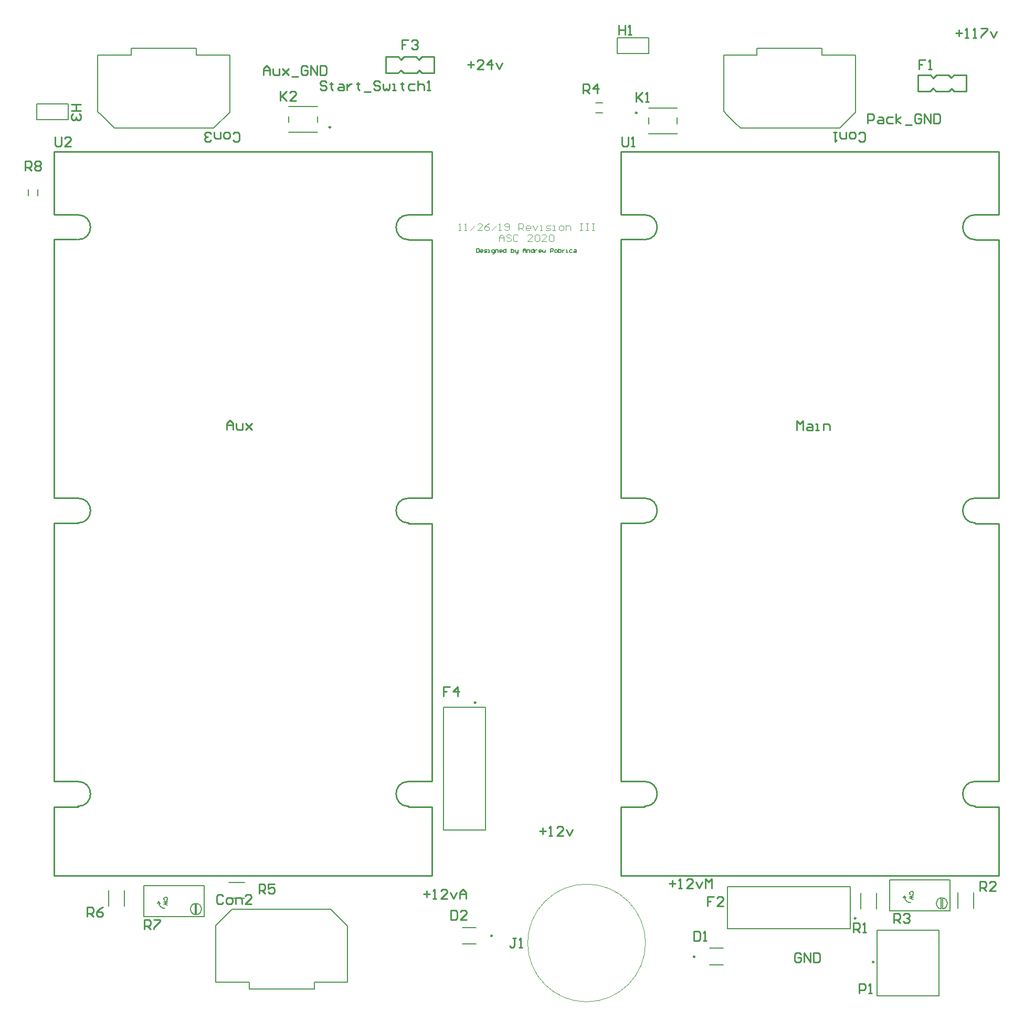
<source format=gbr>
%TF.GenerationSoftware,Altium Limited,Altium Designer,19.1.8 (144)*%
G04 Layer_Color=65535*
%FSLAX25Y25*%
%MOIN*%
%TF.FileFunction,Legend,Top*%
%TF.Part,Single*%
G01*
G75*
%TA.AperFunction,NonConductor*%
%ADD49C,0.01000*%
%ADD50C,0.00984*%
%ADD51C,0.00394*%
%ADD52C,0.00600*%
%ADD53C,0.00787*%
%ADD54C,0.00500*%
%ADD55C,0.00485*%
%ADD56C,0.00513*%
D49*
X50261Y56098D02*
X52261D01*
X53260Y57098D01*
Y58097D01*
X52261Y59097D01*
X49262D01*
Y57098D01*
X50261Y56098D01*
X51261Y61097D02*
X49262Y59097D01*
X47262D02*
X46263Y58097D01*
X43264D01*
Y56098D02*
Y62096D01*
X46263D01*
X47262Y61097D01*
Y59097D01*
Y56098D02*
X45263Y58097D01*
X51261Y61097D02*
X53260Y62096D01*
X79760Y47919D02*
Y53917D01*
X82759D01*
X83759Y52918D01*
Y50918D01*
X82759Y49918D01*
X79760D01*
X81760D02*
X83759Y47919D01*
X85758D02*
Y48919D01*
X89757Y52918D01*
Y53917D01*
X85758D01*
X125586Y65102D02*
X126585Y64102D01*
X128585D01*
X129585Y65102D01*
X131584D02*
X132583Y64102D01*
X134583D01*
X135583Y65102D01*
Y67101D01*
X134583Y68101D01*
X132583D01*
X131584Y67101D01*
Y65102D01*
X125586D02*
Y69100D01*
X126585Y70100D01*
X128585D01*
X129585Y69100D01*
X137582Y64102D02*
Y68101D01*
X140581D01*
X141581Y67101D01*
Y64102D01*
X143580D02*
X147579Y68101D01*
Y69100D01*
X146579Y70100D01*
X144580D01*
X143580Y69100D01*
Y64102D02*
X147579D01*
X152512Y70706D02*
Y76704D01*
X155511D01*
X156510Y75704D01*
Y73705D01*
X155511Y72705D01*
X152512D01*
X154511D02*
X156510Y70706D01*
X159510D02*
X158510Y71705D01*
Y73705D02*
X160509Y74704D01*
X161509D01*
X162509Y73705D01*
Y71705D01*
X161509Y70706D01*
X159510D01*
X158510Y73705D02*
Y76704D01*
X162509D01*
X247421Y125811D02*
X262500D01*
Y82000D01*
X22500D01*
Y125811D01*
X37579D01*
Y126126D02*
G03*
X37579Y141874I0J7874D01*
G01*
X37303Y142150D01*
X22500D01*
Y257000D01*
Y271000D01*
Y305929D01*
X22505Y306126D02*
X26275D01*
X33814D01*
X37584D01*
X37579D02*
G03*
X37579Y321874I0J7874D01*
G01*
X22500D01*
Y486244D01*
X36791D01*
X37579Y486126D02*
G03*
X37579Y501874I0J7874D01*
G01*
Y502189D02*
X33809D01*
X26270D01*
X22500D01*
Y542000D01*
X262500D01*
Y501953D01*
X247421D01*
Y501874D02*
G03*
X247421Y486126I0J-7874D01*
G01*
X262500D01*
Y321953D01*
X247421D01*
Y321874D02*
G03*
X247421Y306126I0J-7874D01*
G01*
Y305732D02*
X262500D01*
Y271000D01*
Y272071D02*
Y257000D01*
Y142150D01*
X247421D01*
Y141874D02*
G03*
X247421Y126126I0J-7874D01*
G01*
X257100Y70399D02*
X261099D01*
X263098Y72398D02*
X264098Y73398D01*
Y67400D01*
X265097D01*
X263098D01*
X259099Y68400D02*
Y72398D01*
X274400Y59964D02*
Y53966D01*
X277399D01*
X278399Y54966D01*
Y58965D01*
X277399Y59964D01*
X274400D01*
X281398D02*
X280398Y58965D01*
X281398Y59964D02*
X283397D01*
X284397Y58965D01*
Y57965D01*
X280398Y53966D01*
X284397D01*
X313602Y42291D02*
X314602D01*
Y37292D01*
X313602Y36293D01*
X312603D01*
X311603Y37292D01*
X313602Y42291D02*
X315602D01*
X318601D02*
X317601Y41291D01*
X318601Y42291D02*
Y36293D01*
X319600D01*
X317601D01*
X284091Y67400D02*
Y70399D01*
X280093D01*
Y71399D02*
X282092Y73398D01*
X284091Y71399D01*
Y67400D01*
X280093D02*
Y71399D01*
X278093D02*
X276094Y67400D01*
X274095Y71399D01*
X272095D02*
Y72398D01*
X271095Y73398D01*
X269096D01*
X268096Y72398D01*
Y67400D02*
X272095Y71399D01*
Y67400D02*
X268096D01*
X330650Y110285D02*
X334649D01*
X336648Y112285D02*
X337648Y113284D01*
Y107286D01*
X338647D01*
X336648D01*
X341646D02*
X345645Y111285D01*
Y112285D01*
X344646Y113284D01*
X342646D01*
X341646Y112285D01*
Y107286D02*
X345645D01*
X347644Y111285D02*
X349644Y107286D01*
X351643Y111285D01*
X382421Y125811D02*
X397500D01*
Y126126D02*
G03*
X397500Y141874I0J7874D01*
G01*
X397224Y142150D01*
X382421D01*
Y257000D01*
Y271000D01*
Y305929D01*
X382426Y306126D02*
X386196D01*
X393735D01*
X397505D01*
X397500D02*
G03*
X397500Y321874I0J7874D01*
G01*
X382421D01*
Y486244D01*
X396712D01*
X397500Y486126D02*
G03*
X397500Y501874I0J7874D01*
G01*
Y502189D02*
X393730D01*
X386191D01*
X382421D01*
Y542000D01*
X622421D01*
Y501953D01*
X607342D01*
Y501874D02*
G03*
X607342Y486126I0J-7874D01*
G01*
X622421D01*
Y321953D01*
X607342D01*
Y321874D02*
G03*
X607342Y306126I0J-7874D01*
G01*
Y305732D02*
X622421D01*
Y271000D01*
Y272071D02*
Y257000D01*
Y142150D01*
X607342D01*
Y141874D02*
G03*
X607342Y126126I0J-7874D01*
G01*
Y125811D02*
X622421D01*
Y82000D01*
X382421D01*
Y125811D01*
X332649Y112285D02*
Y108286D01*
X413100Y77080D02*
X417099D01*
X419098Y79080D02*
X420098Y80079D01*
Y74081D01*
X421097D01*
X419098D01*
X424096D02*
X428095Y78080D01*
Y79080D01*
X427096Y80079D01*
X425096D01*
X424096Y79080D01*
Y74081D02*
X428095D01*
X432094D02*
X434093Y78080D01*
X436093Y80079D02*
X438092Y78080D01*
X440091Y80079D01*
Y74081D01*
X436093D02*
Y80079D01*
X437500Y68711D02*
Y65712D01*
X439499D01*
X437500D01*
Y62713D01*
X443498D02*
X447497Y66711D01*
Y67711D01*
X446497Y68711D01*
X444498D01*
X443498Y67711D01*
X441499Y68711D02*
X437500D01*
X443498Y62713D02*
X447497D01*
X435796Y46684D02*
X434796Y45684D01*
X432797D02*
X431797Y46684D01*
X428798D01*
Y40685D01*
X431797D01*
X432797Y41685D01*
Y45684D01*
X435796Y46684D02*
Y40685D01*
X436795D01*
X434796D01*
X432094Y74081D02*
X430094Y78080D01*
X415099Y79080D02*
Y75081D01*
X492600Y32198D02*
Y28200D01*
X493600Y27200D01*
X495599D01*
X496599Y28200D01*
Y30199D01*
X494599D01*
X492600Y32198D02*
X493600Y33198D01*
X495599D01*
X496599Y32198D01*
X498598Y27200D02*
Y33198D01*
X502597Y27200D01*
Y33198D01*
X504596D02*
Y27200D01*
X507595D01*
X508595Y28200D01*
Y32198D01*
X507595Y33198D01*
X504596D01*
X530000Y46000D02*
Y51998D01*
X532999D01*
X533999Y50998D01*
Y48999D01*
X532999Y47999D01*
X530000D01*
X531999D02*
X533999Y46000D01*
X535998D02*
X537997D01*
X536998D01*
Y51998D01*
X535998Y50998D01*
X555628Y51897D02*
Y57895D01*
X558627D01*
X559626Y56895D01*
Y54896D01*
X558627Y53896D01*
X555628D01*
X557627D02*
X559626Y51897D01*
X562626D02*
X561626Y52897D01*
X562626Y51897D02*
X564625D01*
X565625Y52897D01*
Y53896D01*
X564625Y54896D01*
X563625D01*
X564625D01*
X565625Y55896D01*
Y56895D01*
X564625Y57895D01*
X562626D01*
X561626Y56895D01*
X540770Y13418D02*
X539771Y12419D01*
X537771D02*
Y10419D01*
X536772Y9420D01*
X533773D01*
Y7420D02*
Y13418D01*
X536772D01*
X537771Y12419D01*
X540770Y13418D02*
Y7420D01*
X541770D01*
X539771D01*
X610402Y72224D02*
Y78222D01*
X613401D01*
X614400Y77223D01*
Y75223D01*
X613401Y74224D01*
X610402D01*
X612401D02*
X614400Y72224D01*
X616400D02*
X620398Y76223D01*
Y77223D01*
X619399Y78222D01*
X617399D01*
X616400Y77223D01*
Y72224D02*
X620398D01*
X514993Y365000D02*
Y367999D01*
X513994Y368999D01*
X510994D01*
Y365000D01*
X507996D02*
X506996D01*
Y368999D01*
X505996D01*
X502997D02*
X503997Y367999D01*
Y365000D01*
X500998D01*
X499998Y366000D01*
X500998Y366999D01*
X503997D01*
X502997Y368999D02*
X500998D01*
X505996Y365000D02*
X507996D01*
X497999Y370998D02*
Y365000D01*
X494000D02*
Y370998D01*
X495999Y368999D01*
X497999Y370998D01*
X534261Y548400D02*
X536260D01*
X537259Y549399D01*
Y553398D01*
X536260Y554398D01*
X534261D01*
X533261Y553398D01*
Y549399D02*
X534261Y548400D01*
X548997Y560000D02*
X545998D01*
X544998Y561000D01*
X545998Y561999D01*
X548997D01*
Y562999D02*
Y560000D01*
X550996Y561000D02*
X551996Y560000D01*
X554995D01*
X556994D02*
Y565998D01*
X554995Y563999D02*
X551996D01*
X550996Y562999D01*
Y561000D01*
X548997Y562999D02*
X547997Y563999D01*
X545998D01*
X542999Y564998D02*
Y562999D01*
X541999Y561999D01*
X539000D01*
Y560000D02*
Y565998D01*
X541999D01*
X542999Y564998D01*
X556994Y561999D02*
X559993Y563999D01*
Y560000D02*
X556994Y561999D01*
X562992Y559000D02*
X566991D01*
X568990Y561000D02*
X569990Y560000D01*
X571989D01*
X572989Y561000D01*
Y562999D01*
X570990D01*
X568990Y564998D02*
Y561000D01*
Y564998D02*
X569990Y565998D01*
X571989D01*
X572989Y564998D01*
X574988Y560000D02*
Y565998D01*
X578987Y560000D01*
Y565998D01*
X580986D02*
Y560000D01*
X583986D01*
X584985Y561000D01*
Y564998D01*
X583986Y565998D01*
X580986D01*
X578744Y580500D02*
X580594Y582350D01*
X582445Y580500D01*
X590555D01*
X592209Y582154D01*
X593902Y580461D01*
X601618D01*
Y590776D01*
X593941D01*
X592110Y588945D01*
X590279Y590776D01*
X582721D01*
X580791Y588846D01*
X578862Y590776D01*
X571106D01*
Y580500D01*
X578744D01*
X578598Y594300D02*
Y600298D01*
X577598Y599298D01*
X575599Y600298D02*
X571600D01*
Y597299D01*
X573599D01*
X571600D01*
Y594300D01*
X577598D02*
X579597D01*
X578598D01*
X596992Y615287D02*
Y619285D01*
X594993Y617286D02*
X598991D01*
X600991Y619285D02*
X601990Y620285D01*
Y614287D01*
X602990D01*
X600991D01*
X605989D02*
X607988D01*
X606989D01*
Y620285D01*
X605989Y619285D01*
X610987Y620285D02*
X614986D01*
Y619285D01*
X610987Y615287D01*
Y614287D01*
X618985D02*
X620984Y618286D01*
X616986D02*
X618985Y614287D01*
X530262Y554398D02*
X528262D01*
X527263Y553398D01*
Y551399D01*
X528262Y550399D01*
X530262D01*
X531261Y551399D01*
Y553398D01*
X530262Y554398D01*
X525263D02*
Y550399D01*
X522264D01*
X521265Y551399D01*
Y554398D01*
X519265D02*
X517266D01*
X518266D01*
Y548400D01*
X519265Y549399D01*
X400097Y573693D02*
X399098D01*
Y579691D01*
X398098Y578691D01*
X396099Y579691D02*
X393100Y576692D01*
X396099Y573693D01*
X398098D02*
X400097D01*
X392100D02*
Y575692D01*
X396099Y579691D01*
X392100D02*
Y573693D01*
X389869Y551448D02*
X388869Y550448D01*
X389869Y551448D02*
Y545450D01*
X390869D01*
X388869D01*
X385870D02*
X386870Y546450D01*
Y551448D01*
X382871D02*
Y546450D01*
X383871Y545450D01*
X385870D01*
X367497Y579000D02*
Y584998D01*
X364498Y581999D01*
X368497D01*
X362499Y583998D02*
Y581999D01*
X361499Y580999D01*
X358500D01*
Y579000D02*
Y584998D01*
X361499D01*
X362499Y583998D01*
Y579000D02*
X360499Y580999D01*
X384999Y616500D02*
Y622498D01*
Y619499D01*
X381000D01*
Y616500D01*
Y622498D01*
X387998D02*
X386998Y621498D01*
X387998Y622498D02*
Y616500D01*
X388997D01*
X386998D01*
X300095Y600398D02*
X297096Y597399D01*
X301095D01*
X303094Y598399D02*
X305094Y594400D01*
X307093Y598399D01*
X300095Y594400D02*
Y600398D01*
X295097Y599398D02*
X294097Y600398D01*
X292098D01*
X291098Y599398D01*
X287099D02*
Y595400D01*
X285100Y597399D02*
X289099D01*
X291098Y594400D02*
X295097Y598399D01*
Y599398D01*
Y594400D02*
X291098D01*
X263618Y602276D02*
X255941D01*
X254110Y600445D01*
X252279Y602276D01*
X244721D01*
X242791Y600347D01*
X240862Y602276D01*
X233106D01*
Y592000D01*
X240744D01*
X242595Y593850D01*
X244445Y592000D01*
X252555D01*
X254209Y593653D01*
X255902Y591961D01*
X263618D01*
Y602276D01*
X253497Y608000D02*
X252497Y607000D01*
X250498D01*
X249498Y608000D01*
Y611998D02*
X250498Y612998D01*
X252497D01*
X253497Y611998D01*
Y610999D01*
X252497Y609999D01*
X251497D01*
X252497D01*
X253497Y608999D01*
Y608000D01*
X253448Y587132D02*
Y581134D01*
Y584133D01*
X254448Y585133D01*
X256447D01*
X257447Y584133D01*
Y581134D01*
X259446D02*
X261446D01*
X260446D01*
Y587132D01*
X259446Y586132D01*
X251449Y585133D02*
X248450D01*
X247450Y584133D01*
Y582134D01*
X248450Y581134D01*
X251449D01*
X244451Y585133D02*
X243452D01*
X242452D01*
X244451D01*
X243452D02*
Y582134D01*
X244451Y581134D01*
X239453D02*
X238453D01*
Y585133D01*
X237454D01*
X235454D02*
Y582134D01*
X234454Y581134D01*
X233455Y582134D01*
X232455Y581134D01*
X231455Y582134D01*
Y585133D01*
X229456Y586132D02*
X228456Y587132D01*
X226457D01*
X225457Y586132D01*
Y585133D01*
X226457Y584133D01*
X228456D01*
X229456Y583133D01*
Y582134D01*
X228456Y581134D01*
X226457D01*
X225457Y582134D01*
X223458Y580134D02*
X219459D01*
X216460Y581134D02*
X215461Y582134D01*
Y585133D01*
X214461D01*
X216460D01*
X215461D01*
Y586132D01*
X211462Y585133D02*
X210462D01*
X209463Y584133D01*
X208463Y583133D01*
Y581134D01*
Y585133D01*
X205464D02*
X206464Y584133D01*
Y581134D01*
X203465D01*
X202465Y582134D01*
X203465Y583133D01*
X206464D01*
X205464Y585133D02*
X203465D01*
X199466D02*
X198466D01*
X197467D01*
X199466D01*
X198466D02*
Y582134D01*
X199466Y581134D01*
X195467Y582134D02*
X194467Y581134D01*
X192468D01*
X191468Y582134D01*
X195467D02*
Y583133D01*
X194467Y584133D01*
X192468D01*
X191468Y585133D01*
Y586132D01*
X192468Y587132D01*
X194467D01*
X195467Y586132D01*
X198466D02*
Y585133D01*
X194487Y590635D02*
X195487Y591635D01*
Y595633D01*
X194487Y596633D01*
X191488D01*
Y590635D01*
X194487D01*
X189489D02*
Y596633D01*
X185490D02*
X189489Y590635D01*
X185490D02*
Y596633D01*
X183491Y595633D02*
X182491Y596633D01*
X180492D01*
X179492Y595633D01*
Y591635D01*
X180492Y590635D01*
X182491D01*
X183491Y591635D01*
Y593634D01*
X181492D01*
X177493Y589635D02*
X173494D01*
X171495Y590635D02*
X169495Y592634D01*
X171495Y594633D01*
X167496Y590635D01*
Y594633D02*
X171495Y590635D01*
X172898Y580498D02*
X171898Y579498D01*
X172898Y580498D02*
X174897D01*
X175897Y579498D01*
Y578499D01*
X171898Y574500D01*
X175897D01*
X169899D02*
X166900Y577499D01*
X169899Y580498D01*
X165900Y576499D01*
Y574500D01*
Y580498D01*
X165497Y590635D02*
Y594633D01*
X161498D02*
Y591635D01*
X162498Y590635D01*
X165497D01*
X159499D02*
Y593634D01*
X155500D01*
Y594633D02*
X157499Y596633D01*
X159499Y594633D01*
Y590635D01*
X155500D02*
Y594633D01*
X139973Y553374D02*
X138974Y554374D01*
X136974D01*
X135975Y553374D01*
X133975D02*
X132975Y554374D01*
X130976D01*
X129976Y553374D01*
Y551375D01*
X130976Y550375D01*
X132975D01*
X133975Y551375D01*
Y553374D01*
X135975Y549375D02*
X136974Y548376D01*
X138974D01*
X139973Y549375D01*
Y553374D01*
X127977Y554374D02*
Y550375D01*
X124978D01*
X123978Y551375D01*
Y554374D01*
X120979D02*
X121979Y553374D01*
X120979Y554374D02*
X118980D01*
X117980Y553374D01*
Y552375D01*
X118980Y551375D01*
X119980D01*
X118980D01*
X117980Y550375D01*
Y549375D01*
X118980Y548376D01*
X120979D01*
X121979Y549375D01*
X38498Y566002D02*
X39498Y565002D01*
Y563003D01*
X38498Y562003D01*
X37499D01*
X36499Y563003D01*
Y564003D01*
Y563003D01*
X35499Y562003D01*
X34500D01*
X33500Y563003D01*
Y565002D01*
X34500Y566002D01*
X33500Y568001D02*
X39498D01*
X36499D01*
Y572000D01*
X33500D01*
X39498D01*
X32947Y550448D02*
X31947Y551448D01*
X29948D01*
X28948Y550448D01*
X26949Y551448D02*
Y546450D01*
X25949Y545450D01*
X23950D01*
X22950Y546450D01*
Y551448D01*
X32947Y550448D02*
Y549449D01*
X28948Y545450D01*
X32947D01*
X12997Y535998D02*
X13997Y534998D01*
Y533999D01*
X12997Y532999D01*
X13997Y531999D01*
Y531000D01*
X12997Y530000D01*
X10998D01*
X9998Y531000D01*
Y531999D01*
X10998Y532999D01*
X9998Y533999D01*
Y534998D01*
X10998Y535998D01*
X12997D01*
Y532999D02*
X10998D01*
X7999D02*
X6999Y531999D01*
X4000D01*
Y530000D02*
Y535998D01*
X6999D01*
X7999Y534998D01*
Y532999D01*
Y530000D02*
X5999Y531999D01*
X132000Y369499D02*
X133999Y371498D01*
X135999Y369499D01*
Y365500D01*
Y368499D01*
X132000D01*
Y369499D02*
Y365500D01*
X138998D02*
X141997D01*
Y369499D01*
X143996D02*
X147995Y365500D01*
X145995Y367499D01*
X147995Y369499D01*
X143996Y365500D01*
X138998D02*
X137998Y366500D01*
Y369499D01*
X269700Y201998D02*
Y198999D01*
X271699D01*
X269700D01*
Y196000D01*
X278697D02*
Y201998D01*
X275698Y198999D01*
X279697D01*
X273699Y201998D02*
X269700D01*
X239453Y581134D02*
X237454D01*
X243452Y585133D02*
Y586132D01*
X243500Y607000D02*
Y609999D01*
X245499D01*
X243500D01*
Y612998D01*
X247499D01*
D50*
X290185Y192047D02*
G03*
X290185Y192047I-492J0D01*
G01*
X300665Y43866D02*
G03*
X300665Y43866I-492J0D01*
G01*
X429319Y30586D02*
G03*
X429319Y30586I-492J0D01*
G01*
X531539Y55020D02*
G03*
X531539Y55020I-492J0D01*
G01*
X543014Y27200D02*
G03*
X543014Y27200I-492J0D01*
G01*
X197921Y557480D02*
G03*
X197921Y557480I-492J0D01*
G01*
X392563Y566713D02*
G03*
X392563Y566713I-492J0D01*
G01*
D51*
X334093Y12837D02*
G03*
X386987Y65731I26447J26447D01*
G01*
D02*
G03*
X334093Y12837I-26447J-26447D01*
G01*
D52*
X88028Y64366D02*
X88795Y65547D01*
X89602Y64366D01*
X88795Y65173D02*
G03*
X92752Y61216I3957J0D01*
G01*
X112081Y64346D02*
G03*
X112081Y57300I374J-3523D01*
G01*
X112081Y57294D02*
Y64352D01*
X112831Y64353D02*
Y57293D01*
X112830Y57299D02*
G03*
X112830Y64347I-375J3524D01*
G01*
X561729Y67975D02*
X562497Y69156D01*
X563304Y67975D01*
X562497Y68782D02*
G03*
X566453Y64825I3957J0D01*
G01*
X585783Y67955D02*
G03*
X585783Y60909I374J-3523D01*
G01*
X585782Y60903D02*
Y67961D01*
X586532Y67962D02*
Y60902D01*
X586531Y60908D02*
G03*
X586531Y67956I-375J3524D01*
G01*
D53*
X56997Y62782D02*
Y72625D01*
X67037Y62782D02*
Y72625D01*
X124949Y50504D02*
X135185Y60740D01*
X198177D01*
X201720Y57197D01*
X206445Y52472D01*
X208807Y50110D01*
Y14283D01*
X187547D01*
Y9953D01*
X146209D01*
Y14283D01*
X124949D01*
Y50504D01*
X133370Y67605D02*
X143212D01*
Y77645D02*
X133370D01*
X281571Y49181D02*
X290429D01*
Y38551D02*
X281571D01*
X296248Y111004D02*
Y188996D01*
X269752D01*
Y111004D01*
X296248D01*
X438571Y25271D02*
X447429D01*
X450004Y48465D02*
Y74961D01*
X527996D01*
Y48465D01*
X450004D01*
X447429Y35901D02*
X438571D01*
X544883Y5547D02*
X584255D01*
Y47279D01*
X544883D01*
Y5547D01*
X596427Y61387D02*
Y71230D01*
X606467Y61387D02*
Y71230D01*
X544843Y70921D02*
Y61079D01*
X534804D02*
Y70921D01*
X521189Y556917D02*
X531425Y567154D01*
Y603374D01*
X510165D01*
Y607705D01*
X468826D01*
Y603374D01*
X447567D01*
Y567547D01*
X449929Y565185D01*
X454653Y560461D01*
X458197Y556917D01*
X521189D01*
X418153Y569744D02*
Y569862D01*
X399847D01*
Y569744D01*
Y563642D02*
Y559744D01*
Y553642D02*
Y553524D01*
X418153D01*
Y553642D01*
Y559744D02*
Y563642D01*
X400000Y604500D02*
Y614500D01*
X380000D01*
Y604500D01*
X400000D01*
X370559Y573150D02*
X366441D01*
Y566850D02*
X370559D01*
X189654Y570551D02*
Y570669D01*
X171346D01*
Y570551D01*
Y564449D02*
Y560551D01*
Y554449D02*
Y554331D01*
X189654D01*
Y554449D01*
Y560551D02*
Y564449D01*
X134024Y603350D02*
Y567130D01*
X123788Y556894D01*
X60796D01*
X57253Y560437D01*
X52528Y565161D01*
X50166Y567524D01*
Y603350D01*
X71426D01*
Y607681D01*
X112765D01*
Y603350D01*
X134024D01*
X31500Y572500D02*
Y562500D01*
X11500D01*
Y572500D01*
X31500D01*
X12150Y518059D02*
Y513941D01*
X5850D02*
Y518059D01*
D54*
X79366Y56099D02*
Y75783D01*
X117555D01*
Y56099D01*
X79366D01*
X91965Y64030D02*
X94464Y64625D01*
X91965Y65220D01*
X94464Y65816D01*
Y63435D02*
X91965Y64030D01*
X92084Y66875D02*
X92322Y66637D01*
X92560Y66518D01*
X92084Y66875D02*
X91965Y67113D01*
Y67589D01*
X92084Y67827D01*
X92322Y68065D01*
X92560Y68184D01*
X92917Y68303D01*
X93512D01*
X93869Y68184D01*
X94107Y68065D01*
X94345Y67827D01*
X94464Y67589D01*
Y67113D01*
X94345Y66875D01*
X94107Y66637D01*
X93869Y66518D01*
X553068Y59707D02*
Y79392D01*
X591257D01*
Y59707D01*
X553068D01*
X565666Y67639D02*
X568165Y68234D01*
X565666Y68829D01*
X568165Y69424D01*
X567808Y70246D02*
X568046Y70484D01*
X568165Y70722D01*
Y71198D01*
X568046Y71436D01*
X567808Y71674D01*
X567570Y71793D01*
X567213Y71912D01*
X566618D01*
X566261Y71793D01*
X566023Y71674D01*
X565785Y71436D01*
X565666Y71198D01*
Y70722D01*
X565785Y70484D01*
X566023Y70246D01*
X566261Y70127D01*
X567570D02*
X567808Y70246D01*
X568165Y67044D02*
X565666Y67639D01*
D55*
X350422Y491985D02*
Y494234D01*
X349672Y494984D01*
X347423D01*
Y491985D01*
X345174D02*
X345924Y492734D01*
Y494234D01*
X345174Y494984D01*
X343674D01*
X342924Y494234D01*
Y492734D01*
X343674Y491985D01*
X345174D01*
X340675D02*
X339926D01*
Y494984D01*
X339176D01*
X337676D02*
X335427D01*
X334677Y494234D01*
X335427Y493484D01*
X336927D01*
X337676Y492734D01*
X336927Y491985D01*
X334677D01*
X334302Y489483D02*
X332803D01*
X332053Y488733D01*
X330554D02*
Y485734D01*
X329804Y484985D01*
X328304D01*
X327554Y485734D01*
Y488733D01*
X328304Y489483D01*
X329804D01*
X330554Y488733D01*
X330928Y491985D02*
X332428D01*
X331678D01*
Y494984D01*
X330928D01*
X329429D02*
X327929Y491985D01*
X326430Y494984D01*
X324181D02*
X324930Y494234D01*
Y493484D01*
X321931D01*
Y494234D02*
X322681Y494984D01*
X324181D01*
Y491985D02*
X322681D01*
X321931Y492734D01*
Y494234D01*
X320432D02*
X319682Y493484D01*
X317433D01*
Y491985D02*
Y496483D01*
X319682D01*
X320432Y495733D01*
Y494234D01*
X318932Y493484D02*
X320432Y491985D01*
X323806Y489483D02*
X323056Y488733D01*
X323806Y489483D02*
X325305D01*
X326055Y488733D01*
Y487984D01*
X323056Y484985D01*
X326055D01*
X332053D02*
X335052Y487984D01*
Y488733D01*
X334302Y489483D01*
X336552Y488733D02*
X337301Y489483D01*
X338801D01*
X339551Y488733D01*
Y485734D01*
X338801Y484985D01*
X337301D01*
X336552Y485734D01*
Y488733D01*
X335052Y484985D02*
X332053D01*
X316308D02*
X317058Y485734D01*
X316308Y484985D02*
X314809D01*
X314059Y485734D01*
Y488733D01*
X314809Y489483D01*
X316308D01*
X317058Y488733D01*
X339176Y491985D02*
X340675D01*
X356420D02*
X357920D01*
X357170D02*
X356420D01*
X357170D02*
Y496483D01*
X357920D01*
X356420D01*
X360169D02*
X361668D01*
X360919D01*
Y491985D01*
X360169D01*
X361668D01*
X363918D02*
X365417D01*
X364668D02*
X363918D01*
X364668D02*
Y496483D01*
X365417D01*
X363918D01*
X311435Y495733D02*
X310685Y496483D01*
X309185D01*
X308436Y495733D01*
Y494984D01*
X309185Y494234D01*
X311435D01*
Y492734D02*
Y495733D01*
Y492734D02*
X310685Y491985D01*
X309185D01*
X308436Y492734D01*
X306186Y491985D02*
X305437D01*
Y496483D01*
X304687Y495733D01*
X303187Y494984D02*
X300188Y491985D01*
X304687D02*
X306186D01*
X306561Y489483D02*
X308061Y487984D01*
Y484985D01*
Y487234D01*
X305062D01*
Y487984D02*
X306561Y489483D01*
X305062Y487984D02*
Y484985D01*
X310310D02*
X309560Y485734D01*
X310310Y484985D02*
X311810D01*
X312559Y485734D01*
Y486484D01*
X311810Y487234D01*
X310310D01*
X309560Y487984D01*
Y488733D01*
X310310Y489483D01*
X311810D01*
X312559Y488733D01*
X297939Y491985D02*
X298689Y492734D01*
Y493484D01*
X297939Y494234D01*
X295690D01*
Y492734D01*
X296440Y491985D01*
X297939D01*
X294190D02*
X291191D01*
X294190Y494984D01*
Y495733D01*
X293441Y496483D01*
X291941D01*
X291191Y495733D01*
X289692Y494984D02*
X286693Y491985D01*
X284443D02*
X283694D01*
Y496483D01*
X282944Y495733D01*
Y491985D02*
X284443D01*
X295690Y494234D02*
X297189Y495733D01*
X298689Y496483D01*
X279945D02*
X279195Y495733D01*
X279945Y496483D02*
Y491985D01*
X280695D01*
X279195D01*
D56*
X349797Y478416D02*
X350214Y478000D01*
X351463D01*
X352713D02*
X352296Y478416D01*
X352713Y478833D01*
X353963D01*
Y479250D02*
Y478000D01*
X352713D01*
Y479666D02*
X353546D01*
X353963Y479250D01*
X351463Y479666D02*
X350214D01*
X349797Y479250D01*
Y478416D01*
X348548Y478000D02*
X348131D01*
Y479666D01*
X347715D01*
X346465D02*
X346048D01*
X345632Y479250D01*
X345215Y478833D01*
Y478000D01*
Y479666D01*
X344382Y479250D02*
X343966Y479666D01*
X342716D01*
Y480499D02*
Y478000D01*
X343966D01*
X344382Y478416D01*
Y478833D01*
Y479250D01*
X341883D02*
X341467Y479666D01*
X340634D01*
X340217Y479250D01*
Y478416D01*
X340634Y478000D01*
X341467D01*
X341883Y478416D01*
Y479250D01*
X339384D02*
X338967Y478833D01*
X337718D01*
Y478000D02*
Y480499D01*
X338967D01*
X339384Y480083D01*
Y479250D01*
X334386Y479666D02*
Y478416D01*
X333969Y478000D01*
X333553Y478416D01*
X333136Y478000D01*
X332719Y478416D01*
Y479666D01*
X347715Y478000D02*
X348548D01*
X331470D02*
X330637D01*
X330220Y478416D01*
Y479250D01*
X330637Y479666D01*
X331470D01*
X331886Y479250D01*
Y478833D01*
X330220D01*
X328971Y479666D02*
X328554D01*
X328138Y479250D01*
X327721Y478833D01*
Y478000D01*
Y479666D01*
X326888D02*
X325639D01*
X325222Y479250D01*
Y478416D01*
X325639Y478000D01*
X326888D01*
Y480499D01*
X323972Y479666D02*
X324389Y479250D01*
Y478000D01*
X322723D02*
Y479666D01*
X323972D01*
X321890D02*
Y478000D01*
Y479250D01*
X320223D01*
Y479666D02*
X321057Y480499D01*
X321890Y479666D01*
X320223D02*
Y478000D01*
X316891D02*
Y477584D01*
X316475Y477167D01*
X316058D01*
X316891Y478000D02*
Y479666D01*
Y478000D02*
X315642D01*
X315225Y478416D01*
Y479666D01*
X314392Y479250D02*
X313976Y479666D01*
X312726D01*
Y480499D02*
Y478000D01*
X313976D01*
X314392Y478416D01*
Y478833D01*
Y479250D01*
X309394Y479666D02*
X308144D01*
X307728Y479250D01*
Y478416D01*
X308144Y478000D01*
X309394D01*
Y480499D01*
X306478Y479666D02*
X306894Y479250D01*
Y478833D01*
X305228D01*
Y478416D02*
Y479250D01*
X305645Y479666D01*
X306478D01*
Y478000D02*
X305645D01*
X305228Y478416D01*
X304395Y478000D02*
Y479250D01*
X303979Y479666D01*
X302729D01*
Y478000D01*
X301896D02*
X300646D01*
X300230Y478416D01*
Y479250D01*
X300646Y479666D01*
X301896D01*
Y477584D01*
X301480Y477167D01*
X301063D01*
X298980Y478000D02*
X298564D01*
Y479666D01*
X298147D01*
X297314D02*
X296065D01*
X295648Y479250D01*
X296065Y478833D01*
X296898D01*
X297314Y478416D01*
X296898Y478000D01*
X295648D01*
X294399D02*
X293566D01*
X293149Y478416D01*
Y479250D01*
X293566Y479666D01*
X294399D01*
X294815Y479250D01*
Y478833D01*
X293149D01*
X292316Y478416D02*
Y480083D01*
X291899Y480499D01*
X290650D01*
Y478000D01*
X291899D01*
X292316Y478416D01*
X298147Y478000D02*
X298980D01*
%TF.MD5,a9587ba4c901ce5d36b51de83234339a*%
M02*

</source>
